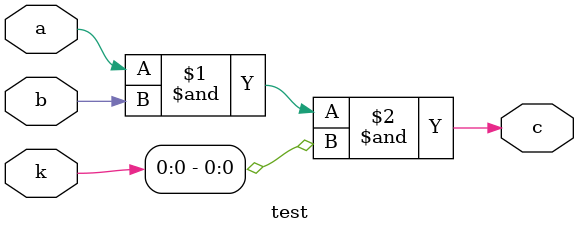
<source format=v>
module test (a, b, c, k);
 input a;
 input b;
 output c;
 input [2:0] k;
 wire c;
 assign c = a & b & k[0];
endmodule


</source>
